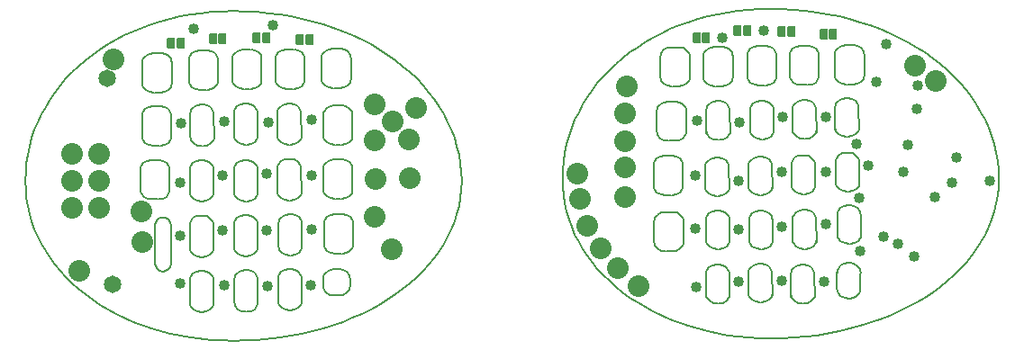
<source format=gbr>
G04 PROTEUS GERBER X2 FILE*
%TF.GenerationSoftware,Labcenter,Proteus,8.9-SP2-Build28501*%
%TF.CreationDate,2020-07-12T19:41:18+00:00*%
%TF.FileFunction,Soldermask,Bot*%
%TF.FilePolarity,Negative*%
%TF.Part,Single*%
%TF.SameCoordinates,{dc61f2e1-3fbc-4622-b235-fc52ee95e5fb}*%
%FSLAX45Y45*%
%MOMM*%
G01*
%TA.AperFunction,Material*%
%ADD25C,1.016000*%
%TA.AperFunction,Material*%
%ADD29C,1.651000*%
%TA.AperFunction,Material*%
%ADD72C,2.032000*%
%AMPPAD023*
4,1,36,
-0.254000,-0.508000,
0.254000,-0.508000,
0.279970,-0.505470,
0.303980,-0.498200,
0.325580,-0.486650,
0.344290,-0.471290,
0.359650,-0.452570,
0.371200,-0.430980,
0.378470,-0.406970,
0.381000,-0.381000,
0.381000,0.381000,
0.378470,0.406970,
0.371200,0.430980,
0.359650,0.452570,
0.344290,0.471290,
0.325580,0.486650,
0.303980,0.498200,
0.279970,0.505470,
0.254000,0.508000,
-0.254000,0.508000,
-0.279970,0.505470,
-0.303980,0.498200,
-0.325580,0.486650,
-0.344290,0.471290,
-0.359650,0.452570,
-0.371200,0.430980,
-0.378470,0.406970,
-0.381000,0.381000,
-0.381000,-0.381000,
-0.378470,-0.406970,
-0.371200,-0.430980,
-0.359650,-0.452570,
-0.344290,-0.471290,
-0.325580,-0.486650,
-0.303980,-0.498200,
-0.279970,-0.505470,
-0.254000,-0.508000,
0*%
%TA.AperFunction,Material*%
%ADD73PPAD023*%
%TA.AperFunction,Profile*%
%ADD18C,0.203200*%
%TD.AperFunction*%
D25*
X-5095000Y-6015000D03*
X-5095857Y-6511843D03*
X-5095000Y-6965000D03*
X-5090000Y-5455000D03*
X-4680444Y-6977785D03*
X-4693999Y-6460000D03*
X-4693999Y-5950000D03*
X-4679116Y-5440000D03*
X-4278124Y-6986325D03*
X-4282819Y-6465000D03*
X-4282819Y-5930000D03*
X-3864964Y-6981630D03*
X-3860000Y-6455000D03*
X-3860000Y-5945000D03*
X-3860000Y-5418193D03*
X-4269062Y-5450000D03*
X-4220000Y-4530000D03*
X-4968508Y-4566851D03*
X-242679Y-6996025D03*
X-250950Y-6441953D03*
X-250950Y-5942083D03*
X-240000Y-5426979D03*
X+156980Y-6943532D03*
X+156980Y-6450000D03*
X+156980Y-5995000D03*
X+160920Y-5450000D03*
X+560000Y-6940000D03*
X+563676Y-6425000D03*
X+555870Y-5910000D03*
X+570876Y-5395000D03*
X+959826Y-6948228D03*
X+970935Y-6405000D03*
X+970935Y-5911638D03*
X+970935Y-5393343D03*
X+1288892Y-6155000D03*
X+1375386Y-5852093D03*
X+529Y-4648710D03*
X+388866Y-4578840D03*
X+1537712Y-4711568D03*
X+1266313Y-5652210D03*
X+1742563Y-5660566D03*
X+1295000Y-6660000D03*
X+1705000Y-5915000D03*
X+2156148Y-6011486D03*
X+2197924Y-5777539D03*
X+1830293Y-5318000D03*
X+1995503Y-6149348D03*
X+1807005Y-6705785D03*
X+1655496Y-6589504D03*
X+1518785Y-6524556D03*
X+1452151Y-5061872D03*
X+2512922Y-6000722D03*
X+1835000Y-5100000D03*
D29*
X-5735000Y-6970000D03*
X-5779000Y-5033000D03*
D72*
X-6110000Y-6254000D03*
X-5856000Y-6254000D03*
X-6110000Y-6000000D03*
X-5856000Y-6000000D03*
X-6110000Y-5746000D03*
X-5856000Y-5746000D03*
D73*
X-240000Y-4655000D03*
X-148560Y-4655000D03*
X+143560Y-4580000D03*
X+235000Y-4580000D03*
X+557120Y-4589000D03*
X+648560Y-4589000D03*
X+953560Y-4615000D03*
X+1045000Y-4615000D03*
X-5088560Y-4700000D03*
X-5180000Y-4700000D03*
X-4695000Y-4660000D03*
X-4786440Y-4660000D03*
X-4285000Y-4654000D03*
X-4376440Y-4654000D03*
X-3880000Y-4670000D03*
X-3971440Y-4670000D03*
D72*
X-3265000Y-5280000D03*
X-3265000Y-5615000D03*
X-3260000Y-5980000D03*
X-3265000Y-6335000D03*
X-5725000Y-4850000D03*
X-3105000Y-6640000D03*
X-2940000Y-5975000D03*
X-2945000Y-5610000D03*
X-6045000Y-6840000D03*
X+1815000Y-4910000D03*
X-910000Y-5365000D03*
X-910000Y-6150000D03*
X-1270000Y-6420000D03*
X-900000Y-5110000D03*
X-1365000Y-5930000D03*
X-1335000Y-6170000D03*
X-910000Y-5625000D03*
X-1140000Y-6630000D03*
X-2875000Y-5315000D03*
X-5462500Y-6282500D03*
X-3100000Y-5435000D03*
X-5455000Y-6570000D03*
X-790000Y-6990000D03*
X-910000Y-5870000D03*
X-980000Y-6820000D03*
X+2005000Y-5055000D03*
D18*
X-6550000Y-6000000D02*
X-6547519Y-5916226D01*
X-6540151Y-5833716D01*
X-6528008Y-5752560D01*
X-6511200Y-5672852D01*
X-6489840Y-5594681D01*
X-6464039Y-5518140D01*
X-6433909Y-5443320D01*
X-6399561Y-5370312D01*
X-6361107Y-5299210D01*
X-6318658Y-5230103D01*
X-6272326Y-5163083D01*
X-6222223Y-5098242D01*
X-6168460Y-5035672D01*
X-6111149Y-4975464D01*
X-6050401Y-4917709D01*
X-5986328Y-4862500D01*
X-5919042Y-4809927D01*
X-5848653Y-4760083D01*
X-5775275Y-4713058D01*
X-5699017Y-4668945D01*
X-5619993Y-4627835D01*
X-5538313Y-4589819D01*
X-5454089Y-4554990D01*
X-5367432Y-4523438D01*
X-5278454Y-4495255D01*
X-5187267Y-4470532D01*
X-5093983Y-4449362D01*
X-4998712Y-4431836D01*
X-4901567Y-4418045D01*
X-4802659Y-4408081D01*
X-4702099Y-4402036D01*
X-4600000Y-4400000D01*
X-4487429Y-4402036D01*
X-4376556Y-4408081D01*
X-4267503Y-4418045D01*
X-4160394Y-4431836D01*
X-4055352Y-4449362D01*
X-3952500Y-4470532D01*
X-3851961Y-4495255D01*
X-3753857Y-4523438D01*
X-3658313Y-4554990D01*
X-3565450Y-4589819D01*
X-3475393Y-4627835D01*
X-3388263Y-4668945D01*
X-3304184Y-4713058D01*
X-3223279Y-4760083D01*
X-3145672Y-4809927D01*
X-3071484Y-4862500D01*
X-3000840Y-4917709D01*
X-2933861Y-4975464D01*
X-2870672Y-5035672D01*
X-2811395Y-5098242D01*
X-2756153Y-5163083D01*
X-2705070Y-5230103D01*
X-2658267Y-5299210D01*
X-2615869Y-5370312D01*
X-2577998Y-5443320D01*
X-2544778Y-5518140D01*
X-2516331Y-5594681D01*
X-2492780Y-5672852D01*
X-2474248Y-5752560D01*
X-2460859Y-5833716D01*
X-2452735Y-5916226D01*
X-2450000Y-6000000D01*
X-2452735Y-6078538D01*
X-2460859Y-6155891D01*
X-2474248Y-6231975D01*
X-2492780Y-6306702D01*
X-2516331Y-6379987D01*
X-2544778Y-6451744D01*
X-2577998Y-6521888D01*
X-2615869Y-6590332D01*
X-2658267Y-6656991D01*
X-2705070Y-6721779D01*
X-2756153Y-6784610D01*
X-2811395Y-6845398D01*
X-2870672Y-6904058D01*
X-2933861Y-6960503D01*
X-3000840Y-7014647D01*
X-3071484Y-7066406D01*
X-3145672Y-7115693D01*
X-3223279Y-7162422D01*
X-3304184Y-7206508D01*
X-3388263Y-7247864D01*
X-3475393Y-7286405D01*
X-3565450Y-7322044D01*
X-3753857Y-7384277D01*
X-3952500Y-7433876D01*
X-4160394Y-7470154D01*
X-4376556Y-7492424D01*
X-4487429Y-7498092D01*
X-4600000Y-7500000D01*
X-4702099Y-7498092D01*
X-4802659Y-7492424D01*
X-4998712Y-7470154D01*
X-5187267Y-7433876D01*
X-5367432Y-7384277D01*
X-5538313Y-7322044D01*
X-5699017Y-7247864D01*
X-5848653Y-7162422D01*
X-5919042Y-7115693D01*
X-5986328Y-7066406D01*
X-6050401Y-7014647D01*
X-6111149Y-6960503D01*
X-6168460Y-6904058D01*
X-6222223Y-6845398D01*
X-6272326Y-6784610D01*
X-6318658Y-6721779D01*
X-6361107Y-6656991D01*
X-6399561Y-6590332D01*
X-6433909Y-6521888D01*
X-6464039Y-6451744D01*
X-6489840Y-6379987D01*
X-6511200Y-6306702D01*
X-6528008Y-6231975D01*
X-6540151Y-6155891D01*
X-6547519Y-6078538D01*
X-6550000Y-6000000D01*
X-4430000Y-4760000D02*
X-4390644Y-4766943D01*
X-4358906Y-4786016D01*
X-4337715Y-4814580D01*
X-4331990Y-4831598D01*
X-4330000Y-4850000D01*
X-4435000Y-5130000D02*
X-4393676Y-5123442D01*
X-4360351Y-5105430D01*
X-4338100Y-5078452D01*
X-4332089Y-5062380D01*
X-4330000Y-5045000D01*
X-4495000Y-5130000D02*
X-4538291Y-5123442D01*
X-4573203Y-5105430D01*
X-4596514Y-5078452D01*
X-4602811Y-5062380D01*
X-4605000Y-5045000D01*
X-4500000Y-4760000D02*
X-4541323Y-4766558D01*
X-4574648Y-4784570D01*
X-4596899Y-4811548D01*
X-4602911Y-4827620D01*
X-4605000Y-4845000D01*
X-4605000Y-5045000D02*
X-4605000Y-4845000D01*
X-4435000Y-4760000D02*
X-4510000Y-4760000D01*
X-4440000Y-5130000D02*
X-4490000Y-5130000D01*
X-4330000Y-4845000D02*
X-4330000Y-5045000D01*
X-4025000Y-4760000D02*
X-3985644Y-4766943D01*
X-3953906Y-4786016D01*
X-3932715Y-4814580D01*
X-3926990Y-4831598D01*
X-3925000Y-4850000D01*
X-4030000Y-5130000D02*
X-3988676Y-5123442D01*
X-3955351Y-5105430D01*
X-3933100Y-5078452D01*
X-3927089Y-5062380D01*
X-3925000Y-5045000D01*
X-4090000Y-5130000D02*
X-4133291Y-5123442D01*
X-4168203Y-5105430D01*
X-4191514Y-5078452D01*
X-4197811Y-5062380D01*
X-4200000Y-5045000D01*
X-4095000Y-4760000D02*
X-4136323Y-4766558D01*
X-4169648Y-4784570D01*
X-4191899Y-4811548D01*
X-4197911Y-4827620D01*
X-4200000Y-4845000D01*
X-4200000Y-5045000D02*
X-4200000Y-4845000D01*
X-4030000Y-4760000D02*
X-4105000Y-4760000D01*
X-4035000Y-5130000D02*
X-4085000Y-5130000D01*
X-3925000Y-4845000D02*
X-3925000Y-5045000D01*
X-4840000Y-4770000D02*
X-4800644Y-4776943D01*
X-4768906Y-4796016D01*
X-4747715Y-4824580D01*
X-4741990Y-4841598D01*
X-4740000Y-4860000D01*
X-4845000Y-5140000D02*
X-4803676Y-5133442D01*
X-4770351Y-5115430D01*
X-4748100Y-5088452D01*
X-4742089Y-5072380D01*
X-4740000Y-5055000D01*
X-4905000Y-5140000D02*
X-4948291Y-5133442D01*
X-4983203Y-5115430D01*
X-5006514Y-5088452D01*
X-5012811Y-5072380D01*
X-5015000Y-5055000D01*
X-4910000Y-4770000D02*
X-4951323Y-4776558D01*
X-4984648Y-4794570D01*
X-5006899Y-4821548D01*
X-5012911Y-4837620D01*
X-5015000Y-4855000D01*
X-5015000Y-5055000D02*
X-5015000Y-4855000D01*
X-4845000Y-4770000D02*
X-4920000Y-4770000D01*
X-4850000Y-5140000D02*
X-4900000Y-5140000D01*
X-4740000Y-4855000D02*
X-4740000Y-5055000D01*
X-3590000Y-4755000D02*
X-3550644Y-4761943D01*
X-3518906Y-4781016D01*
X-3497715Y-4809580D01*
X-3491990Y-4826598D01*
X-3490000Y-4845000D01*
X-3595000Y-5125000D02*
X-3553676Y-5118442D01*
X-3520351Y-5100430D01*
X-3498100Y-5073452D01*
X-3492089Y-5057380D01*
X-3490000Y-5040000D01*
X-3655000Y-5125000D02*
X-3698291Y-5118442D01*
X-3733203Y-5100430D01*
X-3756514Y-5073452D01*
X-3762811Y-5057380D01*
X-3765000Y-5040000D01*
X-3660000Y-4755000D02*
X-3701323Y-4761558D01*
X-3734648Y-4779570D01*
X-3756899Y-4806548D01*
X-3762911Y-4822620D01*
X-3765000Y-4840000D01*
X-3765000Y-5040000D02*
X-3765000Y-4840000D01*
X-3590000Y-4755000D02*
X-3665000Y-4755000D01*
X-3600000Y-5125000D02*
X-3650000Y-5125000D01*
X-3490000Y-4840000D02*
X-3490000Y-5040000D01*
X+810000Y-4725000D02*
X+849356Y-4731943D01*
X+881094Y-4751016D01*
X+902285Y-4779580D01*
X+908010Y-4796598D01*
X+910000Y-4815000D01*
X+805000Y-5095000D02*
X+846324Y-5088442D01*
X+879649Y-5070430D01*
X+901900Y-5043452D01*
X+907911Y-5027380D01*
X+910000Y-5010000D01*
X+745000Y-5095000D02*
X+701709Y-5088442D01*
X+666797Y-5070430D01*
X+643486Y-5043452D01*
X+637189Y-5027380D01*
X+635000Y-5010000D01*
X+740000Y-4725000D02*
X+698677Y-4731558D01*
X+665352Y-4749570D01*
X+643101Y-4776548D01*
X+637089Y-4792620D01*
X+635000Y-4810000D01*
X+635000Y-5010000D02*
X+635000Y-4810000D01*
X+810000Y-4725000D02*
X+735000Y-4725000D01*
X+800000Y-5095000D02*
X+750000Y-5095000D01*
X+910000Y-4810000D02*
X+910000Y-5010000D01*
X+410000Y-4730000D02*
X+449356Y-4736943D01*
X+481094Y-4756016D01*
X+502285Y-4784580D01*
X+508010Y-4801598D01*
X+510000Y-4820000D01*
X+405000Y-5100000D02*
X+446324Y-5093442D01*
X+479649Y-5075430D01*
X+501900Y-5048452D01*
X+507911Y-5032380D01*
X+510000Y-5015000D01*
X+345000Y-5100000D02*
X+301709Y-5093442D01*
X+266797Y-5075430D01*
X+243486Y-5048452D01*
X+237189Y-5032380D01*
X+235000Y-5015000D01*
X+340000Y-4730000D02*
X+298677Y-4736558D01*
X+265352Y-4754570D01*
X+243101Y-4781548D01*
X+237089Y-4797620D01*
X+235000Y-4815000D01*
X+235000Y-5015000D02*
X+235000Y-4815000D01*
X+410000Y-4730000D02*
X+335000Y-4730000D01*
X+400000Y-5100000D02*
X+350000Y-5100000D01*
X+510000Y-4815000D02*
X+510000Y-5015000D01*
X+1235000Y-4720000D02*
X+1274356Y-4726943D01*
X+1306094Y-4746016D01*
X+1327285Y-4774580D01*
X+1333010Y-4791598D01*
X+1335000Y-4810000D01*
X+1230000Y-5090000D02*
X+1271324Y-5083442D01*
X+1304649Y-5065430D01*
X+1326900Y-5038452D01*
X+1332911Y-5022380D01*
X+1335000Y-5005000D01*
X+1170000Y-5090000D02*
X+1126709Y-5083442D01*
X+1091797Y-5065430D01*
X+1068486Y-5038452D01*
X+1062189Y-5022380D01*
X+1060000Y-5005000D01*
X+1165000Y-4720000D02*
X+1123677Y-4726558D01*
X+1090352Y-4744570D01*
X+1068101Y-4771548D01*
X+1062089Y-4787620D01*
X+1060000Y-4805000D01*
X+1060000Y-5005000D02*
X+1060000Y-4805000D01*
X+1235000Y-4720000D02*
X+1160000Y-4720000D01*
X+1225000Y-5090000D02*
X+1175000Y-5090000D01*
X+1335000Y-4805000D02*
X+1335000Y-5005000D01*
X+0Y-4735000D02*
X+39356Y-4741943D01*
X+71094Y-4761016D01*
X+92285Y-4789580D01*
X+98010Y-4806598D01*
X+100000Y-4825000D01*
X-5000Y-5105000D02*
X+36324Y-5098442D01*
X+69649Y-5080430D01*
X+91900Y-5053452D01*
X+97911Y-5037380D01*
X+100000Y-5020000D01*
X-65000Y-5105000D02*
X-108291Y-5098442D01*
X-143203Y-5080430D01*
X-166514Y-5053452D01*
X-172811Y-5037380D01*
X-175000Y-5020000D01*
X-70000Y-4735000D02*
X-111323Y-4741558D01*
X-144648Y-4759570D01*
X-166899Y-4786548D01*
X-172911Y-4802620D01*
X-175000Y-4820000D01*
X-175000Y-5020000D02*
X-175000Y-4820000D01*
X+0Y-4735000D02*
X-75000Y-4735000D01*
X-10000Y-5105000D02*
X-60000Y-5105000D01*
X+100000Y-4820000D02*
X+100000Y-5020000D01*
X-405000Y-4740000D02*
X-365644Y-4746943D01*
X-333906Y-4766016D01*
X-312715Y-4794580D01*
X-306990Y-4811598D01*
X-305000Y-4830000D01*
X-410000Y-5110000D02*
X-368676Y-5103442D01*
X-335351Y-5085430D01*
X-313100Y-5058452D01*
X-307089Y-5042380D01*
X-305000Y-5025000D01*
X-470000Y-5110000D02*
X-513291Y-5103442D01*
X-548203Y-5085430D01*
X-571514Y-5058452D01*
X-577811Y-5042380D01*
X-580000Y-5025000D01*
X-475000Y-4740000D02*
X-516323Y-4746558D01*
X-549648Y-4764570D01*
X-571899Y-4791548D01*
X-577911Y-4807620D01*
X-580000Y-4825000D01*
X-580000Y-5025000D02*
X-580000Y-4825000D01*
X-405000Y-4740000D02*
X-480000Y-4740000D01*
X-415000Y-5110000D02*
X-465000Y-5110000D01*
X-305000Y-4825000D02*
X-305000Y-5025000D01*
X-1500000Y-5980000D02*
X-1497519Y-5896226D01*
X-1490151Y-5813716D01*
X-1478008Y-5732560D01*
X-1461200Y-5652852D01*
X-1439840Y-5574681D01*
X-1414039Y-5498140D01*
X-1383909Y-5423320D01*
X-1349561Y-5350312D01*
X-1311107Y-5279210D01*
X-1268658Y-5210103D01*
X-1222326Y-5143083D01*
X-1172223Y-5078242D01*
X-1118460Y-5015672D01*
X-1061149Y-4955464D01*
X-1000401Y-4897709D01*
X-936328Y-4842500D01*
X-869042Y-4789927D01*
X-798653Y-4740083D01*
X-725275Y-4693058D01*
X-649017Y-4648945D01*
X-569993Y-4607835D01*
X-488313Y-4569819D01*
X-404089Y-4534990D01*
X-317432Y-4503438D01*
X-228454Y-4475255D01*
X-137267Y-4450532D01*
X-43983Y-4429362D01*
X+51288Y-4411836D01*
X+148433Y-4398045D01*
X+247341Y-4388081D01*
X+347901Y-4382036D01*
X+450000Y-4380000D01*
X+562571Y-4382036D01*
X+673444Y-4388081D01*
X+782497Y-4398045D01*
X+889606Y-4411836D01*
X+994648Y-4429362D01*
X+1097500Y-4450532D01*
X+1198039Y-4475255D01*
X+1296143Y-4503438D01*
X+1391687Y-4534990D01*
X+1484550Y-4569819D01*
X+1574607Y-4607835D01*
X+1661737Y-4648945D01*
X+1745816Y-4693058D01*
X+1826721Y-4740083D01*
X+1904328Y-4789927D01*
X+1978516Y-4842500D01*
X+2049160Y-4897709D01*
X+2116139Y-4955464D01*
X+2179328Y-5015672D01*
X+2238605Y-5078242D01*
X+2293847Y-5143083D01*
X+2344930Y-5210103D01*
X+2391733Y-5279210D01*
X+2434131Y-5350312D01*
X+2472002Y-5423320D01*
X+2505222Y-5498140D01*
X+2533669Y-5574681D01*
X+2557220Y-5652852D01*
X+2575752Y-5732560D01*
X+2589141Y-5813716D01*
X+2597265Y-5896226D01*
X+2600000Y-5980000D01*
X+2597265Y-6058538D01*
X+2589141Y-6135891D01*
X+2575752Y-6211975D01*
X+2557220Y-6286702D01*
X+2533669Y-6359987D01*
X+2505222Y-6431744D01*
X+2472002Y-6501888D01*
X+2434131Y-6570332D01*
X+2391733Y-6636991D01*
X+2344930Y-6701779D01*
X+2293847Y-6764610D01*
X+2238605Y-6825398D01*
X+2179328Y-6884058D01*
X+2116139Y-6940503D01*
X+2049160Y-6994647D01*
X+1978516Y-7046406D01*
X+1904328Y-7095693D01*
X+1826721Y-7142422D01*
X+1745816Y-7186508D01*
X+1661737Y-7227864D01*
X+1574607Y-7266405D01*
X+1484550Y-7302044D01*
X+1296143Y-7364277D01*
X+1097500Y-7413876D01*
X+889606Y-7450154D01*
X+673444Y-7472424D01*
X+562571Y-7478092D01*
X+450000Y-7480000D01*
X+347901Y-7478092D01*
X+247341Y-7472424D01*
X+51288Y-7450154D01*
X-137267Y-7413876D01*
X-317432Y-7364277D01*
X-488313Y-7302044D01*
X-649017Y-7227864D01*
X-798653Y-7142422D01*
X-869042Y-7095693D01*
X-936328Y-7046406D01*
X-1000401Y-6994647D01*
X-1061149Y-6940503D01*
X-1118460Y-6884058D01*
X-1172223Y-6825398D01*
X-1222326Y-6764610D01*
X-1268658Y-6701779D01*
X-1311107Y-6636991D01*
X-1349561Y-6570332D01*
X-1383909Y-6501888D01*
X-1414039Y-6431744D01*
X-1439840Y-6359987D01*
X-1461200Y-6286702D01*
X-1478008Y-6211975D01*
X-1490151Y-6135891D01*
X-1497519Y-6058538D01*
X-1500000Y-5980000D01*
X-4880000Y-5280000D02*
X-4840644Y-5286943D01*
X-4808906Y-5306016D01*
X-4787715Y-5334580D01*
X-4781990Y-5351598D01*
X-4780000Y-5370000D01*
X-4880000Y-5670000D02*
X-4838676Y-5663442D01*
X-4805351Y-5645430D01*
X-4783100Y-5618452D01*
X-4777089Y-5602380D01*
X-4775000Y-5585000D01*
X-4890000Y-5670000D02*
X-4933291Y-5663442D01*
X-4968203Y-5645430D01*
X-4991514Y-5618452D01*
X-4997811Y-5602380D01*
X-5000000Y-5585000D01*
X-4895000Y-5280000D02*
X-4936323Y-5286558D01*
X-4969648Y-5304570D01*
X-4991899Y-5331548D01*
X-4997911Y-5347620D01*
X-5000000Y-5365000D01*
X-5000000Y-5370000D02*
X-5000000Y-5585000D01*
X-4775000Y-5585000D02*
X-4780000Y-5375000D01*
X-4895000Y-5280000D02*
X-4880000Y-5280000D01*
X-4470000Y-5270000D02*
X-4430644Y-5276943D01*
X-4398906Y-5296016D01*
X-4377715Y-5324580D01*
X-4371990Y-5341598D01*
X-4370000Y-5360000D01*
X-4470000Y-5660000D02*
X-4428676Y-5653442D01*
X-4395351Y-5635430D01*
X-4373100Y-5608452D01*
X-4367089Y-5592380D01*
X-4365000Y-5575000D01*
X-4480000Y-5660000D02*
X-4523291Y-5653442D01*
X-4558203Y-5635430D01*
X-4581514Y-5608452D01*
X-4587811Y-5592380D01*
X-4590000Y-5575000D01*
X-4485000Y-5270000D02*
X-4526323Y-5276558D01*
X-4559648Y-5294570D01*
X-4581899Y-5321548D01*
X-4587911Y-5337620D01*
X-4590000Y-5355000D01*
X-4590000Y-5360000D02*
X-4590000Y-5575000D01*
X-4365000Y-5575000D02*
X-4370000Y-5365000D01*
X-4485000Y-5270000D02*
X-4470000Y-5270000D01*
X-4060000Y-5270000D02*
X-4020644Y-5276943D01*
X-3988906Y-5296016D01*
X-3967715Y-5324580D01*
X-3961990Y-5341598D01*
X-3960000Y-5360000D01*
X-4060000Y-5660000D02*
X-4018676Y-5653442D01*
X-3985351Y-5635430D01*
X-3963100Y-5608452D01*
X-3957089Y-5592380D01*
X-3955000Y-5575000D01*
X-4070000Y-5660000D02*
X-4113291Y-5653442D01*
X-4148203Y-5635430D01*
X-4171514Y-5608452D01*
X-4177811Y-5592380D01*
X-4180000Y-5575000D01*
X-4075000Y-5270000D02*
X-4116323Y-5276558D01*
X-4149648Y-5294570D01*
X-4171899Y-5321548D01*
X-4177911Y-5337620D01*
X-4180000Y-5355000D01*
X-4180000Y-5360000D02*
X-4180000Y-5575000D01*
X-3955000Y-5575000D02*
X-3960000Y-5365000D01*
X-4075000Y-5270000D02*
X-4060000Y-5270000D01*
X-4885000Y-5800000D02*
X-4845644Y-5806943D01*
X-4813906Y-5826016D01*
X-4792715Y-5854580D01*
X-4786990Y-5871598D01*
X-4785000Y-5890000D01*
X-4890000Y-6190000D02*
X-4848676Y-6183442D01*
X-4815351Y-6165430D01*
X-4793100Y-6138452D01*
X-4787089Y-6122380D01*
X-4785000Y-6105000D01*
X-4895000Y-6190000D02*
X-4938291Y-6183442D01*
X-4973203Y-6165430D01*
X-4996514Y-6138452D01*
X-5002811Y-6122380D01*
X-5005000Y-6105000D01*
X-4900000Y-5800000D02*
X-4941323Y-5806558D01*
X-4974648Y-5824570D01*
X-4996899Y-5851548D01*
X-5002911Y-5867620D01*
X-5005000Y-5885000D01*
X-5005000Y-5890000D02*
X-5005000Y-6105000D01*
X-4785000Y-6105000D02*
X-4785000Y-5895000D01*
X-4900000Y-5800000D02*
X-4885000Y-5800000D01*
X-4470000Y-5800000D02*
X-4430644Y-5806943D01*
X-4398906Y-5826016D01*
X-4377715Y-5854580D01*
X-4371990Y-5871598D01*
X-4370000Y-5890000D01*
X-4470000Y-6190000D02*
X-4428676Y-6183442D01*
X-4395351Y-6165430D01*
X-4373100Y-6138452D01*
X-4367089Y-6122380D01*
X-4365000Y-6105000D01*
X-4480000Y-6190000D02*
X-4523291Y-6183442D01*
X-4558203Y-6165430D01*
X-4581514Y-6138452D01*
X-4587811Y-6122380D01*
X-4590000Y-6105000D01*
X-4485000Y-5800000D02*
X-4526323Y-5806558D01*
X-4559648Y-5824570D01*
X-4581899Y-5851548D01*
X-4587911Y-5867620D01*
X-4590000Y-5885000D01*
X-4590000Y-5890000D02*
X-4590000Y-6105000D01*
X-4365000Y-6105000D02*
X-4370000Y-5895000D01*
X-4485000Y-5800000D02*
X-4470000Y-5800000D01*
X-4060000Y-5790000D02*
X-4020644Y-5796943D01*
X-3988906Y-5816016D01*
X-3967715Y-5844580D01*
X-3961990Y-5861598D01*
X-3960000Y-5880000D01*
X-4060000Y-6180000D02*
X-4018676Y-6173442D01*
X-3985351Y-6155430D01*
X-3963100Y-6128452D01*
X-3957089Y-6112380D01*
X-3955000Y-6095000D01*
X-4070000Y-6180000D02*
X-4113291Y-6173442D01*
X-4148203Y-6155430D01*
X-4171514Y-6128452D01*
X-4177811Y-6112380D01*
X-4180000Y-6095000D01*
X-4075000Y-5790000D02*
X-4116323Y-5796558D01*
X-4149648Y-5814570D01*
X-4171899Y-5841548D01*
X-4177911Y-5857620D01*
X-4180000Y-5875000D01*
X-4180000Y-5880000D02*
X-4180000Y-6095000D01*
X-3955000Y-6095000D02*
X-3960000Y-5885000D01*
X-4075000Y-5790000D02*
X-4060000Y-5790000D01*
X-4884782Y-6323362D02*
X-4845426Y-6330305D01*
X-4813688Y-6349378D01*
X-4792497Y-6377942D01*
X-4786772Y-6394960D01*
X-4784782Y-6413362D01*
X-4889782Y-6713362D02*
X-4848458Y-6706804D01*
X-4815133Y-6688792D01*
X-4792882Y-6661814D01*
X-4786871Y-6645742D01*
X-4784782Y-6628362D01*
X-4894782Y-6713362D02*
X-4938073Y-6706804D01*
X-4972985Y-6688792D01*
X-4996296Y-6661814D01*
X-5002593Y-6645742D01*
X-5004782Y-6628362D01*
X-4899782Y-6323362D02*
X-4941105Y-6329920D01*
X-4974430Y-6347932D01*
X-4996681Y-6374910D01*
X-5002693Y-6390982D01*
X-5004782Y-6408362D01*
X-5004782Y-6413362D02*
X-5004782Y-6628362D01*
X-4784782Y-6628362D02*
X-4784782Y-6418362D01*
X-4899782Y-6323362D02*
X-4884782Y-6323362D01*
X-4469782Y-6318362D02*
X-4430426Y-6325305D01*
X-4398688Y-6344378D01*
X-4377497Y-6372942D01*
X-4371772Y-6389960D01*
X-4369782Y-6408362D01*
X-4474782Y-6708362D02*
X-4433458Y-6701804D01*
X-4400133Y-6683792D01*
X-4377882Y-6656814D01*
X-4371871Y-6640742D01*
X-4369782Y-6623362D01*
X-4479782Y-6708362D02*
X-4523073Y-6701804D01*
X-4557985Y-6683792D01*
X-4581296Y-6656814D01*
X-4587593Y-6640742D01*
X-4589782Y-6623362D01*
X-4484782Y-6318362D02*
X-4526105Y-6324920D01*
X-4559430Y-6342932D01*
X-4581681Y-6369910D01*
X-4587693Y-6385982D01*
X-4589782Y-6403362D01*
X-4589782Y-6408362D02*
X-4589782Y-6623362D01*
X-4369782Y-6623362D02*
X-4369782Y-6413362D01*
X-4484782Y-6318362D02*
X-4469782Y-6318362D01*
X-4049782Y-6308362D02*
X-4010426Y-6315305D01*
X-3978688Y-6334378D01*
X-3957497Y-6362942D01*
X-3951772Y-6379960D01*
X-3949782Y-6398362D01*
X-4054782Y-6698362D02*
X-4013458Y-6691804D01*
X-3980133Y-6673792D01*
X-3957882Y-6646814D01*
X-3951871Y-6630742D01*
X-3949782Y-6613362D01*
X-4059782Y-6698362D02*
X-4103073Y-6691804D01*
X-4137985Y-6673792D01*
X-4161296Y-6646814D01*
X-4167593Y-6630742D01*
X-4169782Y-6613362D01*
X-4064782Y-6308362D02*
X-4106105Y-6314920D01*
X-4139430Y-6332932D01*
X-4161681Y-6359910D01*
X-4167693Y-6375982D01*
X-4169782Y-6393362D01*
X-4169782Y-6398362D02*
X-4169782Y-6613362D01*
X-3949782Y-6613362D02*
X-3949782Y-6403362D01*
X-4064782Y-6308362D02*
X-4049782Y-6308362D01*
X-4884782Y-6843362D02*
X-4845426Y-6850305D01*
X-4813688Y-6869378D01*
X-4792497Y-6897942D01*
X-4786772Y-6914960D01*
X-4784782Y-6933362D01*
X-4889782Y-7233362D02*
X-4848458Y-7226804D01*
X-4815133Y-7208792D01*
X-4792882Y-7181814D01*
X-4786871Y-7165742D01*
X-4784782Y-7148362D01*
X-4894782Y-7233362D02*
X-4938073Y-7226804D01*
X-4972985Y-7208792D01*
X-4996296Y-7181814D01*
X-5002593Y-7165742D01*
X-5004782Y-7148362D01*
X-4899782Y-6843362D02*
X-4941105Y-6849920D01*
X-4974430Y-6867932D01*
X-4996681Y-6894910D01*
X-5002693Y-6910982D01*
X-5004782Y-6928362D01*
X-5004782Y-6933362D02*
X-5004782Y-7148362D01*
X-4784782Y-7148362D02*
X-4784782Y-6938362D01*
X-4899782Y-6843362D02*
X-4884782Y-6843362D01*
X-4464782Y-6838362D02*
X-4425426Y-6845305D01*
X-4393688Y-6864378D01*
X-4372497Y-6892942D01*
X-4366772Y-6909960D01*
X-4364782Y-6928362D01*
X-4469782Y-7228362D02*
X-4428458Y-7221804D01*
X-4395133Y-7203792D01*
X-4372882Y-7176814D01*
X-4366871Y-7160742D01*
X-4364782Y-7143362D01*
X-4474782Y-7228362D02*
X-4518073Y-7221804D01*
X-4552985Y-7203792D01*
X-4576296Y-7176814D01*
X-4582593Y-7160742D01*
X-4584782Y-7143362D01*
X-4479782Y-6838362D02*
X-4521105Y-6844920D01*
X-4554430Y-6862932D01*
X-4576681Y-6889910D01*
X-4582693Y-6905982D01*
X-4584782Y-6923362D01*
X-4584782Y-6928362D02*
X-4584782Y-7143362D01*
X-4364782Y-7143362D02*
X-4364782Y-6933362D01*
X-4479782Y-6838362D02*
X-4464782Y-6838362D01*
X-4054782Y-6828362D02*
X-4015426Y-6835305D01*
X-3983688Y-6854378D01*
X-3962497Y-6882942D01*
X-3956772Y-6899960D01*
X-3954782Y-6918362D01*
X-4059782Y-7218362D02*
X-4018458Y-7211804D01*
X-3985133Y-7193792D01*
X-3962882Y-7166814D01*
X-3956871Y-7150742D01*
X-3954782Y-7133362D01*
X-4064782Y-7218362D02*
X-4108073Y-7211804D01*
X-4142985Y-7193792D01*
X-4166296Y-7166814D01*
X-4172593Y-7150742D01*
X-4174782Y-7133362D01*
X-4069782Y-6828362D02*
X-4111105Y-6834920D01*
X-4144430Y-6852932D01*
X-4166681Y-6879910D01*
X-4172693Y-6895982D01*
X-4174782Y-6913362D01*
X-4174782Y-6918362D02*
X-4174782Y-7133362D01*
X-3954782Y-7133362D02*
X-3954782Y-6923362D01*
X-4069782Y-6828362D02*
X-4054782Y-6828362D01*
X-3575000Y-5290000D02*
X-3535644Y-5296943D01*
X-3503906Y-5316016D01*
X-3482715Y-5344580D01*
X-3476990Y-5361598D01*
X-3475000Y-5380000D01*
X-3580000Y-5660000D02*
X-3538676Y-5653442D01*
X-3505351Y-5635430D01*
X-3483100Y-5608452D01*
X-3477089Y-5592380D01*
X-3475000Y-5575000D01*
X-3640000Y-5660000D02*
X-3683291Y-5653442D01*
X-3718203Y-5635430D01*
X-3741514Y-5608452D01*
X-3747811Y-5592380D01*
X-3750000Y-5575000D01*
X-3645000Y-5290000D02*
X-3686323Y-5296558D01*
X-3719648Y-5314570D01*
X-3741899Y-5341548D01*
X-3747911Y-5357620D01*
X-3750000Y-5375000D01*
X-3750000Y-5575000D02*
X-3750000Y-5375000D01*
X-3575000Y-5290000D02*
X-3650000Y-5290000D01*
X-3585000Y-5660000D02*
X-3635000Y-5660000D01*
X-3475000Y-5375000D02*
X-3475000Y-5575000D01*
X-3575000Y-5795000D02*
X-3535644Y-5801943D01*
X-3503906Y-5821016D01*
X-3482715Y-5849580D01*
X-3476990Y-5866598D01*
X-3475000Y-5885000D01*
X-3580000Y-6165000D02*
X-3538676Y-6158442D01*
X-3505351Y-6140430D01*
X-3483100Y-6113452D01*
X-3477089Y-6097380D01*
X-3475000Y-6080000D01*
X-3640000Y-6165000D02*
X-3683291Y-6158442D01*
X-3718203Y-6140430D01*
X-3741514Y-6113452D01*
X-3747811Y-6097380D01*
X-3750000Y-6080000D01*
X-3645000Y-5795000D02*
X-3686323Y-5801558D01*
X-3719648Y-5819570D01*
X-3741899Y-5846548D01*
X-3747911Y-5862620D01*
X-3750000Y-5880000D01*
X-3750000Y-6080000D02*
X-3750000Y-5880000D01*
X-3575000Y-5795000D02*
X-3650000Y-5795000D01*
X-3585000Y-6165000D02*
X-3635000Y-6165000D01*
X-3475000Y-5880000D02*
X-3475000Y-6080000D01*
X-3570000Y-6310000D02*
X-3530644Y-6316943D01*
X-3498906Y-6336016D01*
X-3477715Y-6364580D01*
X-3471990Y-6381598D01*
X-3470000Y-6400000D01*
X-3575000Y-6680000D02*
X-3533676Y-6673442D01*
X-3500351Y-6655430D01*
X-3478100Y-6628452D01*
X-3472089Y-6612380D01*
X-3470000Y-6595000D01*
X-3635000Y-6680000D02*
X-3678291Y-6673442D01*
X-3713203Y-6655430D01*
X-3736514Y-6628452D01*
X-3742811Y-6612380D01*
X-3745000Y-6595000D01*
X-3640000Y-6310000D02*
X-3681323Y-6316558D01*
X-3714648Y-6334570D01*
X-3736899Y-6361548D01*
X-3742911Y-6377620D01*
X-3745000Y-6395000D01*
X-3745000Y-6595000D02*
X-3745000Y-6395000D01*
X-3570000Y-6310000D02*
X-3645000Y-6310000D01*
X-3580000Y-6680000D02*
X-3630000Y-6680000D01*
X-3470000Y-6395000D02*
X-3470000Y-6595000D01*
X-3600000Y-6830000D02*
X-3560644Y-6836943D01*
X-3528906Y-6856016D01*
X-3507715Y-6884580D01*
X-3501990Y-6901598D01*
X-3500000Y-6920000D01*
X-3605000Y-7075000D02*
X-3563676Y-7068442D01*
X-3530351Y-7050430D01*
X-3508100Y-7023452D01*
X-3502089Y-7007380D01*
X-3500000Y-6990000D01*
X-3645000Y-7075000D02*
X-3688213Y-7068442D01*
X-3722578Y-7050430D01*
X-3735289Y-7037906D01*
X-3744404Y-7023452D01*
X-3749462Y-7007380D01*
X-3750000Y-6990000D01*
X-3645000Y-6830000D02*
X-3686323Y-6836558D01*
X-3719648Y-6854570D01*
X-3741899Y-6881548D01*
X-3747911Y-6897620D01*
X-3750000Y-6915000D01*
X-3590000Y-6830000D02*
X-3650000Y-6830000D01*
X-5275000Y-4795000D02*
X-5235644Y-4801943D01*
X-5203906Y-4821016D01*
X-5182715Y-4849580D01*
X-5176990Y-4866598D01*
X-5175000Y-4885000D01*
X-5280000Y-5165000D02*
X-5238676Y-5158442D01*
X-5205351Y-5140430D01*
X-5183100Y-5113452D01*
X-5177089Y-5097380D01*
X-5175000Y-5080000D01*
X-5340000Y-5165000D02*
X-5383291Y-5158442D01*
X-5418203Y-5140430D01*
X-5441514Y-5113452D01*
X-5447811Y-5097380D01*
X-5450000Y-5080000D01*
X-5345000Y-4795000D02*
X-5386323Y-4801558D01*
X-5419648Y-4819570D01*
X-5441899Y-4846548D01*
X-5447911Y-4862620D01*
X-5450000Y-4880000D01*
X-5450000Y-5080000D02*
X-5450000Y-4880000D01*
X-5275000Y-4795000D02*
X-5350000Y-4795000D01*
X-5285000Y-5165000D02*
X-5335000Y-5165000D01*
X-5175000Y-4880000D02*
X-5175000Y-5080000D01*
X-5280000Y-5295000D02*
X-5240644Y-5301943D01*
X-5208906Y-5321016D01*
X-5187715Y-5349580D01*
X-5181990Y-5366598D01*
X-5180000Y-5385000D01*
X-5285000Y-5665000D02*
X-5243676Y-5658442D01*
X-5210351Y-5640430D01*
X-5188100Y-5613452D01*
X-5182089Y-5597380D01*
X-5180000Y-5580000D01*
X-5345000Y-5665000D02*
X-5388291Y-5658442D01*
X-5423203Y-5640430D01*
X-5446514Y-5613452D01*
X-5452811Y-5597380D01*
X-5455000Y-5580000D01*
X-5350000Y-5295000D02*
X-5391323Y-5301558D01*
X-5424648Y-5319570D01*
X-5446899Y-5346548D01*
X-5452911Y-5362620D01*
X-5455000Y-5380000D01*
X-5455000Y-5580000D02*
X-5455000Y-5380000D01*
X-5280000Y-5295000D02*
X-5355000Y-5295000D01*
X-5290000Y-5665000D02*
X-5340000Y-5665000D01*
X-5180000Y-5380000D02*
X-5180000Y-5580000D01*
X-5295000Y-5800000D02*
X-5255644Y-5806943D01*
X-5223906Y-5826016D01*
X-5202715Y-5854580D01*
X-5196990Y-5871598D01*
X-5195000Y-5890000D01*
X-5300000Y-6170000D02*
X-5258676Y-6163442D01*
X-5225351Y-6145430D01*
X-5203100Y-6118452D01*
X-5197089Y-6102380D01*
X-5195000Y-6085000D01*
X-5360000Y-6170000D02*
X-5403291Y-6163442D01*
X-5438203Y-6145430D01*
X-5461514Y-6118452D01*
X-5467811Y-6102380D01*
X-5470000Y-6085000D01*
X-5365000Y-5800000D02*
X-5406323Y-5806558D01*
X-5439648Y-5824570D01*
X-5461899Y-5851548D01*
X-5467911Y-5867620D01*
X-5470000Y-5885000D01*
X-5470000Y-6085000D02*
X-5470000Y-5885000D01*
X-5295000Y-5800000D02*
X-5370000Y-5800000D01*
X-5305000Y-6170000D02*
X-5355000Y-6170000D01*
X-5195000Y-5885000D02*
X-5195000Y-6085000D01*
X-3750000Y-6915000D02*
X-3750000Y-6990000D01*
X-3500000Y-6990000D02*
X-3500000Y-6920000D01*
X-3645000Y-7075000D02*
X-3610000Y-7075000D01*
X-5329782Y-6418362D02*
X-5329782Y-6633362D01*
X-5330000Y-6630000D02*
X-5330000Y-6775000D01*
X-5184782Y-6418362D02*
X-5184782Y-6633362D01*
X-5185000Y-6630000D02*
X-5185000Y-6775000D01*
X-5330000Y-6415000D02*
X-5324985Y-6385483D01*
X-5311211Y-6361680D01*
X-5290581Y-6345786D01*
X-5265000Y-6340000D01*
X-5233516Y-6346172D01*
X-5208125Y-6363125D01*
X-5191172Y-6388516D01*
X-5185000Y-6420000D01*
X-5330000Y-6775000D02*
X-5324600Y-6804516D01*
X-5309766Y-6828320D01*
X-5287549Y-6844214D01*
X-5260000Y-6850000D01*
X-5230483Y-6844600D01*
X-5206680Y-6829766D01*
X-5190786Y-6807549D01*
X-5185000Y-6780000D01*
X-28409Y-5246440D02*
X+10946Y-5253383D01*
X+42685Y-5272456D01*
X+63876Y-5301020D01*
X+69601Y-5318038D01*
X+71591Y-5336440D01*
X-28409Y-5611440D02*
X+12914Y-5604882D01*
X+46240Y-5586870D01*
X+68491Y-5559892D01*
X+74502Y-5543820D01*
X+76591Y-5526440D01*
X-38409Y-5611440D02*
X-81700Y-5604882D01*
X-116612Y-5586870D01*
X-139923Y-5559892D01*
X-146220Y-5543820D01*
X-148409Y-5526440D01*
X-43409Y-5246440D02*
X-84732Y-5252998D01*
X-118057Y-5271010D01*
X-140308Y-5297988D01*
X-146320Y-5314060D01*
X-148409Y-5331440D01*
X-148409Y-5546440D01*
X+76591Y-5546440D02*
X+71591Y-5336440D01*
X-43409Y-5246440D02*
X-28409Y-5246440D01*
X-38409Y-5776440D02*
X+946Y-5783383D01*
X+32685Y-5802456D01*
X+53876Y-5831020D01*
X+59601Y-5848038D01*
X+61591Y-5866440D01*
X-38409Y-6141440D02*
X+2914Y-6134882D01*
X+36240Y-6116870D01*
X+58491Y-6089892D01*
X+64502Y-6073820D01*
X+66591Y-6056440D01*
X-48409Y-6141440D02*
X-91700Y-6134882D01*
X-126612Y-6116870D01*
X-149923Y-6089892D01*
X-156220Y-6073820D01*
X-158409Y-6056440D01*
X-53409Y-5776440D02*
X-94732Y-5782998D01*
X-128057Y-5801010D01*
X-150308Y-5827988D01*
X-156320Y-5844060D01*
X-158409Y-5861440D01*
X-158409Y-6076440D01*
X+66591Y-6076440D02*
X+61591Y-5866440D01*
X-53409Y-5776440D02*
X-38409Y-5776440D01*
X-33409Y-6276440D02*
X+5946Y-6283383D01*
X+37685Y-6302456D01*
X+58876Y-6331020D01*
X+64601Y-6348038D01*
X+66591Y-6366440D01*
X-33409Y-6641440D02*
X+7914Y-6634882D01*
X+41240Y-6616870D01*
X+63491Y-6589892D01*
X+69502Y-6573820D01*
X+71591Y-6556440D01*
X-43409Y-6641440D02*
X-86700Y-6634882D01*
X-121612Y-6616870D01*
X-144923Y-6589892D01*
X-151220Y-6573820D01*
X-153409Y-6556440D01*
X-48409Y-6276440D02*
X-89732Y-6282998D01*
X-123057Y-6301010D01*
X-145308Y-6327988D01*
X-151320Y-6344060D01*
X-153409Y-6361440D01*
X-153409Y-6576440D01*
X+71591Y-6576440D02*
X+66591Y-6366440D01*
X-48409Y-6276440D02*
X-33409Y-6276440D01*
X+381591Y-5241440D02*
X+420946Y-5248383D01*
X+452685Y-5267456D01*
X+473876Y-5296020D01*
X+479601Y-5313038D01*
X+481591Y-5331440D01*
X+381591Y-5606440D02*
X+422914Y-5599882D01*
X+456240Y-5581870D01*
X+478491Y-5554892D01*
X+484502Y-5538820D01*
X+486591Y-5521440D01*
X+371591Y-5606440D02*
X+328300Y-5599882D01*
X+293388Y-5581870D01*
X+270077Y-5554892D01*
X+263780Y-5538820D01*
X+261591Y-5521440D01*
X+366591Y-5241440D02*
X+325268Y-5247998D01*
X+291943Y-5266010D01*
X+269692Y-5292988D01*
X+263680Y-5309060D01*
X+261591Y-5326440D01*
X+261591Y-5541440D01*
X+486591Y-5541440D02*
X+481591Y-5331440D01*
X+366591Y-5241440D02*
X+381591Y-5241440D01*
X+781591Y-5236440D02*
X+820946Y-5243383D01*
X+852685Y-5262456D01*
X+873876Y-5291020D01*
X+879601Y-5308038D01*
X+881591Y-5326440D01*
X+781591Y-5601440D02*
X+822914Y-5594882D01*
X+856240Y-5576870D01*
X+878491Y-5549892D01*
X+884502Y-5533820D01*
X+886591Y-5516440D01*
X+771591Y-5601440D02*
X+728300Y-5594882D01*
X+693388Y-5576870D01*
X+670077Y-5549892D01*
X+663780Y-5533820D01*
X+661591Y-5516440D01*
X+766591Y-5236440D02*
X+725268Y-5242998D01*
X+691943Y-5261010D01*
X+669692Y-5287988D01*
X+663680Y-5304060D01*
X+661591Y-5321440D01*
X+661591Y-5536440D01*
X+886591Y-5536440D02*
X+881591Y-5326440D01*
X+766591Y-5236440D02*
X+781591Y-5236440D01*
X+366591Y-5766440D02*
X+405946Y-5773383D01*
X+437685Y-5792456D01*
X+458876Y-5821020D01*
X+464601Y-5838038D01*
X+466591Y-5856440D01*
X+366591Y-6131440D02*
X+407914Y-6124882D01*
X+441240Y-6106870D01*
X+463491Y-6079892D01*
X+469502Y-6063820D01*
X+471591Y-6046440D01*
X+356591Y-6131440D02*
X+313300Y-6124882D01*
X+278388Y-6106870D01*
X+255077Y-6079892D01*
X+248780Y-6063820D01*
X+246591Y-6046440D01*
X+351591Y-5766440D02*
X+310268Y-5772998D01*
X+276943Y-5791010D01*
X+254692Y-5817988D01*
X+248680Y-5834060D01*
X+246591Y-5851440D01*
X+246591Y-6066440D01*
X+471591Y-6066440D02*
X+466591Y-5856440D01*
X+351591Y-5766440D02*
X+366591Y-5766440D01*
X+771591Y-5756440D02*
X+810946Y-5763383D01*
X+842685Y-5782456D01*
X+863876Y-5811020D01*
X+869601Y-5828038D01*
X+871591Y-5846440D01*
X+771591Y-6121440D02*
X+812914Y-6114882D01*
X+846240Y-6096870D01*
X+868491Y-6069892D01*
X+874502Y-6053820D01*
X+876591Y-6036440D01*
X+761591Y-6121440D02*
X+718300Y-6114882D01*
X+683388Y-6096870D01*
X+660077Y-6069892D01*
X+653780Y-6053820D01*
X+651591Y-6036440D01*
X+756591Y-5756440D02*
X+715268Y-5762998D01*
X+681943Y-5781010D01*
X+659692Y-5807988D01*
X+653680Y-5824060D01*
X+651591Y-5841440D01*
X+651591Y-6056440D01*
X+876591Y-6056440D02*
X+871591Y-5846440D01*
X+756591Y-5756440D02*
X+771591Y-5756440D01*
X+781591Y-6271440D02*
X+820946Y-6278383D01*
X+852685Y-6297456D01*
X+873876Y-6326020D01*
X+879601Y-6343038D01*
X+881591Y-6361440D01*
X+781591Y-6636440D02*
X+822914Y-6629882D01*
X+856240Y-6611870D01*
X+878491Y-6584892D01*
X+884502Y-6568820D01*
X+886591Y-6551440D01*
X+771591Y-6636440D02*
X+728300Y-6629882D01*
X+693388Y-6611870D01*
X+670077Y-6584892D01*
X+663780Y-6568820D01*
X+661591Y-6551440D01*
X+766591Y-6271440D02*
X+725268Y-6277998D01*
X+691943Y-6296010D01*
X+669692Y-6322988D01*
X+663680Y-6339060D01*
X+661591Y-6356440D01*
X+661591Y-6571440D01*
X+886591Y-6571440D02*
X+881591Y-6361440D01*
X+766591Y-6271440D02*
X+781591Y-6271440D01*
X+371591Y-6276440D02*
X+410946Y-6283383D01*
X+442685Y-6302456D01*
X+463876Y-6331020D01*
X+469601Y-6348038D01*
X+471591Y-6366440D01*
X+371591Y-6641440D02*
X+412914Y-6634882D01*
X+446240Y-6616870D01*
X+468491Y-6589892D01*
X+474502Y-6573820D01*
X+476591Y-6556440D01*
X+361591Y-6641440D02*
X+318300Y-6634882D01*
X+283388Y-6616870D01*
X+260077Y-6589892D01*
X+253780Y-6573820D01*
X+251591Y-6556440D01*
X+356591Y-6276440D02*
X+315268Y-6282998D01*
X+281943Y-6301010D01*
X+259692Y-6327988D01*
X+253680Y-6344060D01*
X+251591Y-6361440D01*
X+251591Y-6576440D01*
X+476591Y-6576440D02*
X+471591Y-6366440D01*
X+356591Y-6276440D02*
X+371591Y-6276440D01*
X+366591Y-6776440D02*
X+405946Y-6783383D01*
X+437685Y-6802456D01*
X+458876Y-6831020D01*
X+464601Y-6848038D01*
X+466591Y-6866440D01*
X+366591Y-7141440D02*
X+407914Y-7134882D01*
X+441240Y-7116870D01*
X+463491Y-7089892D01*
X+469502Y-7073820D01*
X+471591Y-7056440D01*
X+356591Y-7141440D02*
X+313300Y-7134882D01*
X+278388Y-7116870D01*
X+255077Y-7089892D01*
X+248780Y-7073820D01*
X+246591Y-7056440D01*
X+351591Y-6776440D02*
X+310268Y-6782998D01*
X+276943Y-6801010D01*
X+254692Y-6827988D01*
X+248680Y-6844060D01*
X+246591Y-6861440D01*
X+246591Y-7076440D01*
X+471591Y-7076440D02*
X+466591Y-6866440D01*
X+351591Y-6776440D02*
X+366591Y-6776440D01*
X-33409Y-6786440D02*
X+5946Y-6793383D01*
X+37685Y-6812456D01*
X+58876Y-6841020D01*
X+64601Y-6858038D01*
X+66591Y-6876440D01*
X-33409Y-7151440D02*
X+7914Y-7144882D01*
X+41240Y-7126870D01*
X+63491Y-7099892D01*
X+69502Y-7083820D01*
X+71591Y-7066440D01*
X-43409Y-7151440D02*
X-86700Y-7144882D01*
X-121612Y-7126870D01*
X-144923Y-7099892D01*
X-151220Y-7083820D01*
X-153409Y-7066440D01*
X-48409Y-6786440D02*
X-89732Y-6792998D01*
X-123057Y-6811010D01*
X-145308Y-6837988D01*
X-151320Y-6854060D01*
X-153409Y-6871440D01*
X-153409Y-7086440D01*
X+71591Y-7086440D02*
X+66591Y-6876440D01*
X-48409Y-6786440D02*
X-33409Y-6786440D01*
X+766591Y-6786440D02*
X+805946Y-6793383D01*
X+837685Y-6812456D01*
X+858876Y-6841020D01*
X+864601Y-6858038D01*
X+866591Y-6876440D01*
X+766591Y-7151440D02*
X+807914Y-7144882D01*
X+841240Y-7126870D01*
X+863491Y-7099892D01*
X+869502Y-7083820D01*
X+871591Y-7066440D01*
X+756591Y-7151440D02*
X+713300Y-7144882D01*
X+678388Y-7126870D01*
X+655077Y-7099892D01*
X+648780Y-7083820D01*
X+646591Y-7066440D01*
X+751591Y-6786440D02*
X+710268Y-6792998D01*
X+676943Y-6811010D01*
X+654692Y-6837988D01*
X+648680Y-6854060D01*
X+646591Y-6871440D01*
X+646591Y-7086440D01*
X+871591Y-7086440D02*
X+866591Y-6876440D01*
X+751591Y-6786440D02*
X+766591Y-6786440D01*
X+1181591Y-5216440D02*
X+1220946Y-5223383D01*
X+1252685Y-5242456D01*
X+1273876Y-5271020D01*
X+1279601Y-5288038D01*
X+1281591Y-5306440D01*
X+1181591Y-5581440D02*
X+1222914Y-5574882D01*
X+1256240Y-5556870D01*
X+1278491Y-5529892D01*
X+1284502Y-5513820D01*
X+1286591Y-5496440D01*
X+1171591Y-5581440D02*
X+1128300Y-5574882D01*
X+1093388Y-5556870D01*
X+1070077Y-5529892D01*
X+1063780Y-5513820D01*
X+1061591Y-5496440D01*
X+1166591Y-5216440D02*
X+1125268Y-5222998D01*
X+1091943Y-5241010D01*
X+1069692Y-5267988D01*
X+1063680Y-5284060D01*
X+1061591Y-5301440D01*
X+1061591Y-5516440D01*
X+1286591Y-5516440D02*
X+1281591Y-5306440D01*
X+1166591Y-5216440D02*
X+1181591Y-5216440D01*
X+1186591Y-5731440D02*
X+1225946Y-5738383D01*
X+1257685Y-5757456D01*
X+1278876Y-5786020D01*
X+1284601Y-5803038D01*
X+1286591Y-5821440D01*
X+1186591Y-6096440D02*
X+1227914Y-6089882D01*
X+1261240Y-6071870D01*
X+1283491Y-6044892D01*
X+1289502Y-6028820D01*
X+1291591Y-6011440D01*
X+1176591Y-6096440D02*
X+1133300Y-6089882D01*
X+1098388Y-6071870D01*
X+1075077Y-6044892D01*
X+1068780Y-6028820D01*
X+1066591Y-6011440D01*
X+1171591Y-5731440D02*
X+1130268Y-5737998D01*
X+1096943Y-5756010D01*
X+1074692Y-5782988D01*
X+1068680Y-5799060D01*
X+1066591Y-5816440D01*
X+1066591Y-6031440D01*
X+1291591Y-6031440D02*
X+1286591Y-5821440D01*
X+1171591Y-5731440D02*
X+1186591Y-5731440D01*
X+1201591Y-6226440D02*
X+1240946Y-6233383D01*
X+1272685Y-6252456D01*
X+1293876Y-6281020D01*
X+1299601Y-6298038D01*
X+1301591Y-6316440D01*
X+1201591Y-6591440D02*
X+1242914Y-6584882D01*
X+1276240Y-6566870D01*
X+1298491Y-6539892D01*
X+1304502Y-6523820D01*
X+1306591Y-6506440D01*
X+1191591Y-6591440D02*
X+1148300Y-6584882D01*
X+1113388Y-6566870D01*
X+1090077Y-6539892D01*
X+1083780Y-6523820D01*
X+1081591Y-6506440D01*
X+1186591Y-6226440D02*
X+1145268Y-6232998D01*
X+1111943Y-6251010D01*
X+1089692Y-6277988D01*
X+1083680Y-6294060D01*
X+1081591Y-6311440D01*
X+1081591Y-6526440D01*
X+1306591Y-6526440D02*
X+1301591Y-6316440D01*
X+1186591Y-6226440D02*
X+1201591Y-6226440D01*
X+1201591Y-6771440D02*
X+1240946Y-6778383D01*
X+1272685Y-6797456D01*
X+1293876Y-6826020D01*
X+1299601Y-6843038D01*
X+1301591Y-6861440D01*
X+1191591Y-7106440D02*
X+1232914Y-7099882D01*
X+1266240Y-7081870D01*
X+1288491Y-7054892D01*
X+1294502Y-7038820D01*
X+1296591Y-7021440D01*
X+1191591Y-7106440D02*
X+1148300Y-7099882D01*
X+1113388Y-7081870D01*
X+1090077Y-7054892D01*
X+1083780Y-7038820D01*
X+1081591Y-7021440D01*
X+1186591Y-6771440D02*
X+1145268Y-6777998D01*
X+1111943Y-6796010D01*
X+1089692Y-6822988D01*
X+1083680Y-6839060D01*
X+1081591Y-6856440D01*
X+1186591Y-6771440D02*
X+1201591Y-6771440D01*
X+1080000Y-6855000D02*
X+1080000Y-7015000D01*
X+1295000Y-7025000D02*
X+1300000Y-6865000D01*
X-440000Y-5250000D02*
X-400644Y-5256943D01*
X-368906Y-5276016D01*
X-347715Y-5304580D01*
X-341990Y-5321598D01*
X-340000Y-5340000D01*
X-445000Y-5620000D02*
X-403676Y-5613442D01*
X-370351Y-5595430D01*
X-348100Y-5568452D01*
X-342089Y-5552380D01*
X-340000Y-5535000D01*
X-505000Y-5620000D02*
X-548291Y-5613442D01*
X-583203Y-5595430D01*
X-606514Y-5568452D01*
X-612811Y-5552380D01*
X-615000Y-5535000D01*
X-510000Y-5250000D02*
X-551323Y-5256558D01*
X-584648Y-5274570D01*
X-606899Y-5301548D01*
X-612911Y-5317620D01*
X-615000Y-5335000D01*
X-615000Y-5535000D02*
X-615000Y-5335000D01*
X-440000Y-5250000D02*
X-515000Y-5250000D01*
X-450000Y-5620000D02*
X-500000Y-5620000D01*
X-340000Y-5335000D02*
X-340000Y-5535000D01*
X-470000Y-5760000D02*
X-430644Y-5766943D01*
X-398906Y-5786016D01*
X-377715Y-5814580D01*
X-371990Y-5831598D01*
X-370000Y-5850000D01*
X-475000Y-6130000D02*
X-433676Y-6123442D01*
X-400351Y-6105430D01*
X-378100Y-6078452D01*
X-372089Y-6062380D01*
X-370000Y-6045000D01*
X-535000Y-6130000D02*
X-578291Y-6123442D01*
X-613203Y-6105430D01*
X-636514Y-6078452D01*
X-642811Y-6062380D01*
X-645000Y-6045000D01*
X-540000Y-5760000D02*
X-581323Y-5766558D01*
X-614648Y-5784570D01*
X-636899Y-5811548D01*
X-642911Y-5827620D01*
X-645000Y-5845000D01*
X-645000Y-6045000D02*
X-645000Y-5845000D01*
X-470000Y-5760000D02*
X-545000Y-5760000D01*
X-480000Y-6130000D02*
X-530000Y-6130000D01*
X-370000Y-5845000D02*
X-370000Y-6045000D01*
X-465000Y-6290000D02*
X-425644Y-6296943D01*
X-393906Y-6316016D01*
X-372715Y-6344580D01*
X-366990Y-6361598D01*
X-365000Y-6380000D01*
X-470000Y-6660000D02*
X-428676Y-6653442D01*
X-395351Y-6635430D01*
X-373100Y-6608452D01*
X-367089Y-6592380D01*
X-365000Y-6575000D01*
X-530000Y-6660000D02*
X-573291Y-6653442D01*
X-608203Y-6635430D01*
X-631514Y-6608452D01*
X-637811Y-6592380D01*
X-640000Y-6575000D01*
X-535000Y-6290000D02*
X-576323Y-6296558D01*
X-609648Y-6314570D01*
X-631899Y-6341548D01*
X-637911Y-6357620D01*
X-640000Y-6375000D01*
X-640000Y-6575000D02*
X-640000Y-6375000D01*
X-465000Y-6290000D02*
X-540000Y-6290000D01*
X-475000Y-6660000D02*
X-525000Y-6660000D01*
X-365000Y-6375000D02*
X-365000Y-6575000D01*
M02*

</source>
